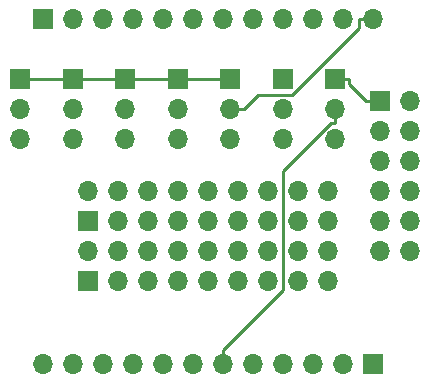
<source format=gtl>
G04 #@! TF.FileFunction,Copper,L1,Top,Signal*
%FSLAX46Y46*%
G04 Gerber Fmt 4.6, Leading zero omitted, Abs format (unit mm)*
G04 Created by KiCad (PCBNEW 4.0.7-e2-6376~60~ubuntu17.10.1) date Thu Nov  2 21:58:26 2017*
%MOMM*%
%LPD*%
G01*
G04 APERTURE LIST*
%ADD10C,0.100000*%
%ADD11R,1.700000X1.700000*%
%ADD12O,1.700000X1.700000*%
%ADD13C,0.250000*%
G04 APERTURE END LIST*
D10*
D11*
X164465000Y-96520000D03*
D12*
X164465000Y-99060000D03*
X164465000Y-101600000D03*
D11*
X148590000Y-91440000D03*
D12*
X151130000Y-91440000D03*
X153670000Y-91440000D03*
X156210000Y-91440000D03*
X158750000Y-91440000D03*
X161290000Y-91440000D03*
X163830000Y-91440000D03*
X166370000Y-91440000D03*
X168910000Y-91440000D03*
X171450000Y-91440000D03*
X173990000Y-91440000D03*
X176530000Y-91440000D03*
D11*
X176530000Y-120650000D03*
D12*
X173990000Y-120650000D03*
X171450000Y-120650000D03*
X168910000Y-120650000D03*
X166370000Y-120650000D03*
X163830000Y-120650000D03*
X161290000Y-120650000D03*
X158750000Y-120650000D03*
X156210000Y-120650000D03*
X153670000Y-120650000D03*
X151130000Y-120650000D03*
X148590000Y-120650000D03*
D11*
X173355000Y-96520000D03*
D12*
X173355000Y-99060000D03*
X173355000Y-101600000D03*
D11*
X168910000Y-96520000D03*
D12*
X168910000Y-99060000D03*
X168910000Y-101600000D03*
D11*
X160020000Y-96520000D03*
D12*
X160020000Y-99060000D03*
X160020000Y-101600000D03*
D11*
X155575000Y-96520000D03*
D12*
X155575000Y-99060000D03*
X155575000Y-101600000D03*
D11*
X146685000Y-96520000D03*
D12*
X146685000Y-99060000D03*
X146685000Y-101600000D03*
D11*
X151130000Y-96520000D03*
D12*
X151130000Y-99060000D03*
X151130000Y-101600000D03*
D11*
X177165000Y-98425000D03*
D12*
X179705000Y-98425000D03*
X177165000Y-100965000D03*
X179705000Y-100965000D03*
X177165000Y-103505000D03*
X179705000Y-103505000D03*
X177165000Y-106045000D03*
X179705000Y-106045000D03*
X177165000Y-108585000D03*
X179705000Y-108585000D03*
X177165000Y-111125000D03*
X179705000Y-111125000D03*
D11*
X152400000Y-108585000D03*
D12*
X152400000Y-106045000D03*
X154940000Y-108585000D03*
X154940000Y-106045000D03*
X157480000Y-108585000D03*
X157480000Y-106045000D03*
X160020000Y-108585000D03*
X160020000Y-106045000D03*
X162560000Y-108585000D03*
X162560000Y-106045000D03*
X165100000Y-108585000D03*
X165100000Y-106045000D03*
X167640000Y-108585000D03*
X167640000Y-106045000D03*
X170180000Y-108585000D03*
X170180000Y-106045000D03*
X172720000Y-108585000D03*
X172720000Y-106045000D03*
D11*
X152400000Y-113665000D03*
D12*
X152400000Y-111125000D03*
X154940000Y-113665000D03*
X154940000Y-111125000D03*
X157480000Y-113665000D03*
X157480000Y-111125000D03*
X160020000Y-113665000D03*
X160020000Y-111125000D03*
X162560000Y-113665000D03*
X162560000Y-111125000D03*
X165100000Y-113665000D03*
X165100000Y-111125000D03*
X167640000Y-113665000D03*
X167640000Y-111125000D03*
X170180000Y-113665000D03*
X170180000Y-111125000D03*
X172720000Y-113665000D03*
X172720000Y-111125000D03*
D13*
X174530300Y-96965600D02*
X174530300Y-96520000D01*
X175989700Y-98425000D02*
X174530300Y-96965600D01*
X177165000Y-98425000D02*
X175989700Y-98425000D01*
X173355000Y-96520000D02*
X174530300Y-96520000D01*
X146685000Y-96520000D02*
X151130000Y-96520000D01*
X151130000Y-96520000D02*
X155575000Y-96520000D01*
X155575000Y-96520000D02*
X160020000Y-96520000D01*
X160020000Y-96520000D02*
X164465000Y-96520000D01*
X166815600Y-97884700D02*
X165640300Y-99060000D01*
X169715200Y-97884700D02*
X166815600Y-97884700D01*
X175354700Y-92245200D02*
X169715200Y-97884700D01*
X175354700Y-91440000D02*
X175354700Y-92245200D01*
X176530000Y-91440000D02*
X175354700Y-91440000D01*
X164465000Y-99060000D02*
X165640300Y-99060000D01*
X172987700Y-100235300D02*
X173355000Y-100235300D01*
X168910000Y-104313000D02*
X172987700Y-100235300D01*
X168910000Y-114394700D02*
X168910000Y-104313000D01*
X163830000Y-119474700D02*
X168910000Y-114394700D01*
X163830000Y-120650000D02*
X163830000Y-119474700D01*
X173355000Y-99060000D02*
X173355000Y-100235300D01*
M02*

</source>
